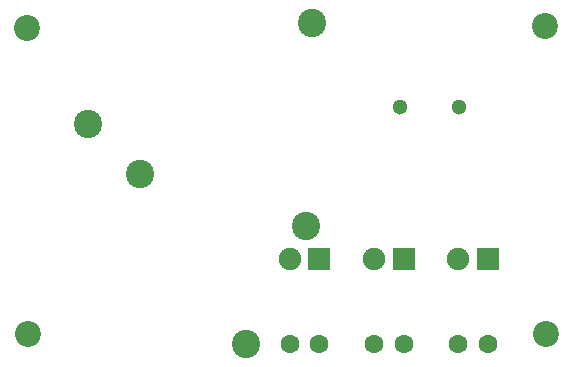
<source format=gbs>
%TF.GenerationSoftware,KiCad,Pcbnew,(5.1.8)-1*%
%TF.CreationDate,2021-04-18T19:42:35-04:00*%
%TF.ProjectId,AndrewPowerbank,416e6472-6577-4506-9f77-657262616e6b,rev?*%
%TF.SameCoordinates,Original*%
%TF.FileFunction,Soldermask,Bot*%
%TF.FilePolarity,Negative*%
%FSLAX46Y46*%
G04 Gerber Fmt 4.6, Leading zero omitted, Abs format (unit mm)*
G04 Created by KiCad (PCBNEW (5.1.8)-1) date 2021-04-18 19:42:35*
%MOMM*%
%LPD*%
G01*
G04 APERTURE LIST*
%ADD10C,1.300000*%
%ADD11C,1.600000*%
%ADD12C,1.900000*%
%ADD13R,1.900000X1.900000*%
%ADD14C,2.200000*%
%ADD15C,2.400000*%
G04 APERTURE END LIST*
D10*
%TO.C,J3*%
X65033520Y-80726280D03*
X70033520Y-80726280D03*
%TD*%
D11*
%TO.C,J1*%
X62879600Y-100804400D03*
X65379600Y-100804400D03*
D12*
X62879600Y-93624400D03*
D13*
X65379600Y-93624400D03*
%TD*%
D14*
%TO.C,REF\u002A\u002A*%
X77368400Y-73837800D03*
%TD*%
%TO.C,REF\u002A\u002A*%
X33528000Y-99898200D03*
%TD*%
%TO.C,REF\u002A\u002A*%
X33451800Y-74041000D03*
%TD*%
%TO.C,REF\u002A\u002A*%
X77444600Y-99974400D03*
%TD*%
D11*
%TO.C,J5*%
X55716800Y-100804400D03*
X58216800Y-100804400D03*
D12*
X55716800Y-93624400D03*
D13*
X58216800Y-93624400D03*
%TD*%
D11*
%TO.C,J2*%
X69991600Y-100804400D03*
X72491600Y-100804400D03*
D12*
X69991600Y-93624400D03*
D13*
X72491600Y-93624400D03*
%TD*%
D15*
%TO.C,TP1*%
X38623240Y-82113120D03*
%TD*%
%TO.C,TP2*%
X57594500Y-73571100D03*
%TD*%
%TO.C,TP3*%
X43014900Y-86372700D03*
%TD*%
%TO.C,TP4*%
X57099200Y-90792300D03*
%TD*%
%TO.C,TP5*%
X52044600Y-100787200D03*
%TD*%
M02*

</source>
